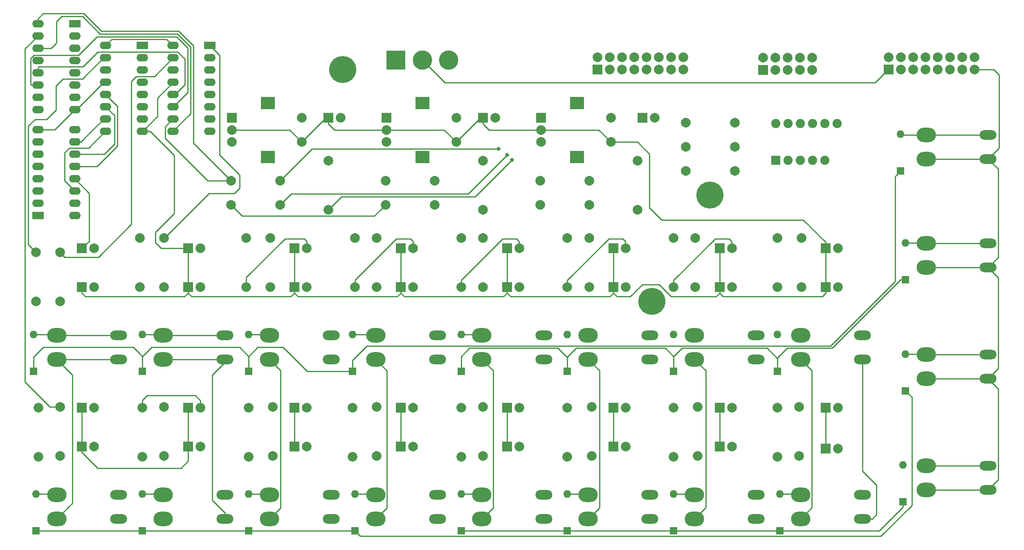
<source format=gbl>
G04 #@! TF.GenerationSoftware,KiCad,Pcbnew,5.1.5+dfsg1-2build2*
G04 #@! TF.CreationDate,2021-04-11T17:34:26+02:00*
G04 #@! TF.ProjectId,Main_board,4d61696e-5f62-46f6-9172-642e6b696361,rev?*
G04 #@! TF.SameCoordinates,Original*
G04 #@! TF.FileFunction,Copper,L2,Bot*
G04 #@! TF.FilePolarity,Positive*
%FSLAX46Y46*%
G04 Gerber Fmt 4.6, Leading zero omitted, Abs format (unit mm)*
G04 Created by KiCad (PCBNEW 5.1.5+dfsg1-2build2) date 2021-04-11 17:34:26*
%MOMM*%
%LPD*%
G04 APERTURE LIST*
%ADD10C,5.600000*%
%ADD11O,2.400000X1.600000*%
%ADD12R,2.400000X1.600000*%
%ADD13R,2.000000X2.000000*%
%ADD14C,2.000000*%
%ADD15C,4.000000*%
%ADD16R,4.000000X4.000000*%
%ADD17C,1.905000*%
%ADD18R,1.905000X1.905000*%
%ADD19R,3.000000X2.500000*%
%ADD20O,1.600000X1.600000*%
%ADD21R,1.600000X1.600000*%
%ADD22O,4.000000X3.000000*%
%ADD23O,3.500000X2.000000*%
%ADD24C,0.800000*%
%ADD25C,0.250000*%
G04 APERTURE END LIST*
D10*
X98000000Y-56000000D03*
X162000000Y-104000000D03*
X174000000Y-82000000D03*
D11*
X48880000Y-51000000D03*
X56500000Y-68780000D03*
X48880000Y-53540000D03*
X56500000Y-66240000D03*
X48880000Y-56080000D03*
X56500000Y-63700000D03*
X48880000Y-58620000D03*
X56500000Y-61160000D03*
X48880000Y-61160000D03*
X56500000Y-58620000D03*
X48880000Y-63700000D03*
X56500000Y-56080000D03*
X48880000Y-66240000D03*
X56500000Y-53540000D03*
X48880000Y-68780000D03*
D12*
X56500000Y-51000000D03*
X34900000Y-86180000D03*
D11*
X42520000Y-68400000D03*
X34900000Y-83640000D03*
X42520000Y-70940000D03*
X34900000Y-81100000D03*
X42520000Y-73480000D03*
X34900000Y-78560000D03*
X42520000Y-76020000D03*
X34900000Y-76020000D03*
X42520000Y-78560000D03*
X34900000Y-73480000D03*
X42520000Y-81100000D03*
X34900000Y-70940000D03*
X42520000Y-83640000D03*
X34900000Y-68400000D03*
X42520000Y-86180000D03*
X34880000Y-46500000D03*
X42500000Y-64280000D03*
X34880000Y-49040000D03*
X42500000Y-61740000D03*
X34880000Y-51580000D03*
X42500000Y-59200000D03*
X34880000Y-54120000D03*
X42500000Y-56660000D03*
X34880000Y-56660000D03*
X42500000Y-54120000D03*
X34880000Y-59200000D03*
X42500000Y-51580000D03*
X34880000Y-61740000D03*
X42500000Y-49040000D03*
X34880000Y-64280000D03*
D12*
X42500000Y-46500000D03*
D13*
X185000000Y-56040000D03*
D14*
X185000000Y-53500000D03*
X187540000Y-56040000D03*
X187540000Y-53500000D03*
X190080000Y-56040000D03*
X190080000Y-53500000D03*
X192620000Y-56040000D03*
X192620000Y-53500000D03*
X195160000Y-56040000D03*
X195160000Y-53500000D03*
D15*
X119890000Y-54000000D03*
X114445000Y-54000000D03*
D16*
X109000000Y-54000000D03*
D17*
X187650000Y-67190000D03*
X190190000Y-67190000D03*
X192730000Y-67190000D03*
X195270000Y-67190000D03*
X197810000Y-67190000D03*
X200350000Y-67190000D03*
X197810000Y-74810000D03*
X195270000Y-74810000D03*
X192730000Y-74810000D03*
X190190000Y-74810000D03*
D18*
X187650000Y-74810000D03*
D14*
X121500000Y-71000000D03*
X121500000Y-66000000D03*
D19*
X114500000Y-74100000D03*
X114500000Y-62900000D03*
D14*
X107000000Y-71000000D03*
X107000000Y-68500000D03*
D13*
X107000000Y-66000000D03*
X139000000Y-66000000D03*
D14*
X139000000Y-68500000D03*
X139000000Y-71000000D03*
D19*
X146500000Y-62900000D03*
X146500000Y-74100000D03*
D14*
X153500000Y-66000000D03*
X153500000Y-71000000D03*
X89500000Y-71000000D03*
X89500000Y-66000000D03*
D19*
X82500000Y-74100000D03*
X82500000Y-62900000D03*
D14*
X75000000Y-71000000D03*
X75000000Y-68500000D03*
D13*
X75000000Y-66000000D03*
D14*
X159000000Y-74840000D03*
X159000000Y-85000000D03*
X127000000Y-74840000D03*
X127000000Y-85000000D03*
X95000000Y-74840000D03*
X95000000Y-85000000D03*
X138840000Y-84000000D03*
X149000000Y-84000000D03*
X106840000Y-84000000D03*
X117000000Y-84000000D03*
X74840000Y-84000000D03*
X85000000Y-84000000D03*
X138840000Y-79000000D03*
X149000000Y-79000000D03*
X106840000Y-79000000D03*
X117000000Y-79000000D03*
X74840000Y-79000000D03*
X85000000Y-79000000D03*
X179160000Y-67000000D03*
X169000000Y-67000000D03*
X179160000Y-72000000D03*
X169000000Y-72000000D03*
X179160000Y-77000000D03*
X169000000Y-77000000D03*
X168540000Y-53460000D03*
X168540000Y-56000000D03*
X166000000Y-53460000D03*
X166000000Y-56000000D03*
X163460000Y-53460000D03*
X163460000Y-56000000D03*
X160920000Y-53460000D03*
X160920000Y-56000000D03*
X158380000Y-53460000D03*
X158380000Y-56000000D03*
X155840000Y-53460000D03*
X155840000Y-56000000D03*
X153300000Y-53460000D03*
X153300000Y-56000000D03*
X150760000Y-53460000D03*
D13*
X150760000Y-56000000D03*
X160000000Y-66000000D03*
D14*
X162540000Y-66000000D03*
D13*
X127000000Y-66000000D03*
D14*
X129540000Y-66000000D03*
D13*
X95000000Y-66000000D03*
D14*
X97540000Y-66000000D03*
D13*
X44000000Y-93000000D03*
D14*
X46540000Y-93000000D03*
D13*
X66000000Y-93000000D03*
D14*
X68540000Y-93000000D03*
D13*
X88000000Y-93000000D03*
D14*
X90540000Y-93000000D03*
D13*
X110000000Y-93000000D03*
D14*
X112540000Y-93000000D03*
D13*
X132000000Y-93000000D03*
D14*
X134540000Y-93000000D03*
D13*
X154000000Y-93000000D03*
D14*
X156540000Y-93000000D03*
D13*
X176000000Y-93000000D03*
D14*
X178540000Y-93000000D03*
D13*
X197960000Y-93000000D03*
D14*
X200500000Y-93000000D03*
D13*
X44000000Y-126000000D03*
D14*
X46540000Y-126000000D03*
D13*
X66000000Y-126000000D03*
D14*
X68540000Y-126000000D03*
D13*
X88000000Y-126000000D03*
D14*
X90540000Y-126000000D03*
D13*
X110000000Y-126000000D03*
D14*
X112540000Y-126000000D03*
D13*
X132000000Y-126000000D03*
D14*
X134540000Y-126000000D03*
D13*
X154000000Y-126000000D03*
D14*
X156540000Y-126000000D03*
D13*
X176000000Y-126000000D03*
D14*
X178540000Y-126000000D03*
D13*
X197960000Y-126000000D03*
D14*
X200500000Y-126000000D03*
D13*
X44000000Y-101000000D03*
D14*
X46540000Y-101000000D03*
D13*
X66000000Y-101000000D03*
D14*
X68540000Y-101000000D03*
D13*
X88000000Y-101000000D03*
D14*
X90540000Y-101000000D03*
D13*
X110000000Y-101000000D03*
D14*
X112540000Y-101000000D03*
D13*
X132000000Y-101000000D03*
D14*
X134540000Y-101000000D03*
D13*
X154000000Y-101000000D03*
D14*
X156540000Y-101000000D03*
D13*
X176000000Y-101000000D03*
D14*
X178540000Y-101000000D03*
D13*
X198000000Y-101000000D03*
D14*
X200540000Y-101000000D03*
D13*
X44000000Y-134000000D03*
D14*
X46540000Y-134000000D03*
D13*
X66000000Y-134000000D03*
D14*
X68540000Y-134000000D03*
D13*
X88000000Y-134000000D03*
D14*
X90540000Y-134000000D03*
D13*
X110000000Y-134000000D03*
D14*
X112540000Y-134000000D03*
D13*
X132000000Y-134000000D03*
D14*
X134540000Y-134000000D03*
D13*
X154000000Y-134000000D03*
D14*
X156540000Y-134000000D03*
D13*
X176000000Y-134000000D03*
D14*
X178540000Y-134000000D03*
D13*
X198000000Y-134500000D03*
D14*
X200540000Y-134500000D03*
D20*
X34000000Y-110880000D03*
D21*
X34000000Y-118500000D03*
D20*
X56500000Y-110880000D03*
D21*
X56500000Y-118500000D03*
D20*
X78500000Y-110880000D03*
D21*
X78500000Y-118500000D03*
D20*
X100000000Y-110880000D03*
D21*
X100000000Y-118500000D03*
D20*
X213500000Y-69380000D03*
D21*
X213500000Y-77000000D03*
D20*
X122500000Y-110880000D03*
D21*
X122500000Y-118500000D03*
D20*
X144500000Y-110880000D03*
D21*
X144500000Y-118500000D03*
D20*
X166500000Y-110880000D03*
D21*
X166500000Y-118500000D03*
D20*
X188000000Y-110880000D03*
D21*
X188000000Y-118500000D03*
X214500000Y-99500000D03*
D20*
X214500000Y-91880000D03*
X34500000Y-143880000D03*
D21*
X34500000Y-151500000D03*
D20*
X56500000Y-143880000D03*
D21*
X56500000Y-151500000D03*
D20*
X78500000Y-143880000D03*
D21*
X78500000Y-151500000D03*
D20*
X100500000Y-143880000D03*
D21*
X100500000Y-151500000D03*
D20*
X214500000Y-114880000D03*
D21*
X214500000Y-122500000D03*
D20*
X122500000Y-143880000D03*
D21*
X122500000Y-151500000D03*
D20*
X144500000Y-143880000D03*
D21*
X144500000Y-151500000D03*
D20*
X166500000Y-143880000D03*
D21*
X166500000Y-151500000D03*
D20*
X188500000Y-143880000D03*
D21*
X188500000Y-151500000D03*
D20*
X214000000Y-137880000D03*
D21*
X214000000Y-145500000D03*
D14*
X228780000Y-53460000D03*
X228780000Y-56000000D03*
X226240000Y-53460000D03*
X226240000Y-56000000D03*
X223700000Y-53460000D03*
X223700000Y-56000000D03*
X221160000Y-53460000D03*
X221160000Y-56000000D03*
X218620000Y-53460000D03*
X218620000Y-56000000D03*
X216080000Y-53460000D03*
X216080000Y-56000000D03*
X213540000Y-53460000D03*
X213540000Y-56000000D03*
X211000000Y-53460000D03*
D13*
X211000000Y-56000000D03*
D14*
X34500000Y-93840000D03*
X34500000Y-104000000D03*
X56000000Y-90840000D03*
X56000000Y-101000000D03*
X78000000Y-90840000D03*
X78000000Y-101000000D03*
X100500000Y-90840000D03*
X100500000Y-101000000D03*
X122500000Y-90840000D03*
X122500000Y-101000000D03*
X144500000Y-90840000D03*
X144500000Y-101000000D03*
X166500000Y-90840000D03*
X166500000Y-101000000D03*
X188000000Y-90840000D03*
X188000000Y-101000000D03*
X35000000Y-136160000D03*
X35000000Y-126000000D03*
X56500000Y-136160000D03*
X56500000Y-126000000D03*
X78500000Y-136160000D03*
X78500000Y-126000000D03*
X100000000Y-136160000D03*
X100000000Y-126000000D03*
X122500000Y-136160000D03*
X122500000Y-126000000D03*
X144500000Y-136160000D03*
X144500000Y-126000000D03*
X166500000Y-136160000D03*
X166500000Y-126000000D03*
X188000000Y-136160000D03*
X188000000Y-126000000D03*
X39500000Y-93840000D03*
X39500000Y-104000000D03*
X61000000Y-90840000D03*
X61000000Y-101000000D03*
X83000000Y-90840000D03*
X83000000Y-101000000D03*
X105000000Y-90840000D03*
X105000000Y-101000000D03*
X127000000Y-90840000D03*
X127000000Y-101000000D03*
X149000000Y-90840000D03*
X149000000Y-101000000D03*
X171000000Y-90840000D03*
X171000000Y-101000000D03*
X193000000Y-90840000D03*
X193000000Y-101000000D03*
X39500000Y-125840000D03*
X39500000Y-136000000D03*
X61000000Y-125840000D03*
X61000000Y-136000000D03*
X83500000Y-125840000D03*
X83500000Y-136000000D03*
X105000000Y-125840000D03*
X105000000Y-136000000D03*
X127000000Y-125840000D03*
X127000000Y-136000000D03*
X149500000Y-125840000D03*
X149500000Y-136000000D03*
X171500000Y-125840000D03*
X171500000Y-136000000D03*
X192500000Y-125840000D03*
X192500000Y-136000000D03*
D22*
X38800000Y-116000000D03*
X38800000Y-111000000D03*
D23*
X51600000Y-116000000D03*
X51600000Y-111000000D03*
D22*
X60800000Y-116000000D03*
X60800000Y-111000000D03*
D23*
X73600000Y-116000000D03*
X73600000Y-111000000D03*
D22*
X82800000Y-116000000D03*
X82800000Y-111000000D03*
D23*
X95600000Y-116000000D03*
X95600000Y-111000000D03*
D22*
X104800000Y-116000000D03*
X104800000Y-111000000D03*
D23*
X117600000Y-116000000D03*
X117600000Y-111000000D03*
D22*
X218800000Y-74500000D03*
X218800000Y-69500000D03*
D23*
X231600000Y-74500000D03*
X231600000Y-69500000D03*
D22*
X126800000Y-116000000D03*
X126800000Y-111000000D03*
D23*
X139600000Y-116000000D03*
X139600000Y-111000000D03*
D22*
X148800000Y-116000000D03*
X148800000Y-111000000D03*
D23*
X161600000Y-116000000D03*
X161600000Y-111000000D03*
D22*
X170800000Y-116000000D03*
X170800000Y-111000000D03*
D23*
X183600000Y-116000000D03*
X183600000Y-111000000D03*
D22*
X192800000Y-116000000D03*
X192800000Y-111000000D03*
D23*
X205600000Y-116000000D03*
X205600000Y-111000000D03*
D22*
X218800000Y-97000000D03*
X218800000Y-92000000D03*
D23*
X231600000Y-97000000D03*
X231600000Y-92000000D03*
D22*
X38800000Y-149000000D03*
X38800000Y-144000000D03*
D23*
X51600000Y-149000000D03*
X51600000Y-144000000D03*
D22*
X60800000Y-149000000D03*
X60800000Y-144000000D03*
D23*
X73600000Y-149000000D03*
X73600000Y-144000000D03*
D22*
X82800000Y-149000000D03*
X82800000Y-144000000D03*
D23*
X95600000Y-149000000D03*
X95600000Y-144000000D03*
D22*
X104800000Y-149000000D03*
X104800000Y-144000000D03*
D23*
X117600000Y-149000000D03*
X117600000Y-144000000D03*
D22*
X218800000Y-120000000D03*
X218800000Y-115000000D03*
D23*
X231600000Y-120000000D03*
X231600000Y-115000000D03*
D22*
X126800000Y-149000000D03*
X126800000Y-144000000D03*
D23*
X139600000Y-149000000D03*
X139600000Y-144000000D03*
D22*
X148800000Y-149000000D03*
X148800000Y-144000000D03*
D23*
X161600000Y-149000000D03*
X161600000Y-144000000D03*
D22*
X170800000Y-149000000D03*
X170800000Y-144000000D03*
D23*
X183600000Y-149000000D03*
X183600000Y-144000000D03*
D22*
X192800000Y-149000000D03*
X192800000Y-144000000D03*
D23*
X205600000Y-149000000D03*
X205600000Y-144000000D03*
D22*
X218800000Y-143000000D03*
X218800000Y-138000000D03*
D23*
X231600000Y-143000000D03*
X231600000Y-138000000D03*
D11*
X62880000Y-51000000D03*
X70500000Y-68780000D03*
X62880000Y-53540000D03*
X70500000Y-66240000D03*
X62880000Y-56080000D03*
X70500000Y-63700000D03*
X62880000Y-58620000D03*
X70500000Y-61160000D03*
X62880000Y-61160000D03*
X70500000Y-58620000D03*
X62880000Y-63700000D03*
X70500000Y-56080000D03*
X62880000Y-66240000D03*
X70500000Y-53540000D03*
X62880000Y-68780000D03*
D12*
X70500000Y-51000000D03*
D24*
X133000000Y-74700000D03*
X132000000Y-73700000D03*
X130200000Y-72400000D03*
D25*
X44000000Y-134000000D02*
X44000000Y-126000000D01*
X66000000Y-134000000D02*
X66000000Y-126000000D01*
X88000000Y-132750000D02*
X88000000Y-126000000D01*
X88000000Y-134000000D02*
X88000000Y-132750000D01*
X110000000Y-132750000D02*
X110000000Y-126000000D01*
X110000000Y-134000000D02*
X110000000Y-132750000D01*
X132000000Y-134000000D02*
X132000000Y-126000000D01*
X154000000Y-134000000D02*
X154000000Y-126000000D01*
X176000000Y-134000000D02*
X176000000Y-126000000D01*
X198000000Y-126040000D02*
X197960000Y-126000000D01*
X198000000Y-134500000D02*
X198000000Y-126040000D01*
X198000000Y-93040000D02*
X197960000Y-93000000D01*
X198000000Y-101000000D02*
X198000000Y-93040000D01*
X176000000Y-101000000D02*
X176000000Y-93000000D01*
X154000000Y-101000000D02*
X154000000Y-93000000D01*
X132000000Y-99750000D02*
X132000000Y-93000000D01*
X132000000Y-101000000D02*
X132000000Y-99750000D01*
X110000000Y-101000000D02*
X110000000Y-93000000D01*
X88000000Y-101000000D02*
X88000000Y-93000000D01*
X66000000Y-101000000D02*
X66000000Y-93000000D01*
X176000000Y-101000000D02*
X176000000Y-102250000D01*
X198000000Y-102250000D02*
X198000000Y-101000000D01*
X197250000Y-103000000D02*
X198000000Y-102250000D01*
X176750000Y-103000000D02*
X197250000Y-103000000D01*
X176000000Y-102250000D02*
X176750000Y-103000000D01*
X154000000Y-102250000D02*
X154000000Y-101000000D01*
X132750000Y-103000000D02*
X153250000Y-103000000D01*
X153250000Y-103000000D02*
X154000000Y-102250000D01*
X132000000Y-102250000D02*
X132750000Y-103000000D01*
X132000000Y-102250000D02*
X132000000Y-101000000D01*
X110750000Y-103000000D02*
X131250000Y-103000000D01*
X131250000Y-103000000D02*
X132000000Y-102250000D01*
X110000000Y-102250000D02*
X110750000Y-103000000D01*
X110000000Y-102250000D02*
X110000000Y-101000000D01*
X109250000Y-103000000D02*
X110000000Y-102250000D01*
X88750000Y-103000000D02*
X109250000Y-103000000D01*
X88000000Y-102250000D02*
X88750000Y-103000000D01*
X88000000Y-102250000D02*
X88000000Y-101000000D01*
X87250000Y-103000000D02*
X88000000Y-102250000D01*
X66750000Y-103000000D02*
X87250000Y-103000000D01*
X66000000Y-102250000D02*
X66750000Y-103000000D01*
X66000000Y-102250000D02*
X66000000Y-101000000D01*
X65250000Y-103000000D02*
X66000000Y-102250000D01*
X44750000Y-103000000D02*
X65250000Y-103000000D01*
X44000000Y-102250000D02*
X44750000Y-103000000D01*
X44000000Y-101000000D02*
X44000000Y-102250000D01*
X64500000Y-138500000D02*
X47250000Y-138500000D01*
X47250000Y-138500000D02*
X44000000Y-135250000D01*
X66000000Y-137000000D02*
X64500000Y-138500000D01*
X44000000Y-135250000D02*
X44000000Y-134000000D01*
X66000000Y-134000000D02*
X66000000Y-137000000D01*
X87000000Y-68500000D02*
X75000000Y-68500000D01*
X89500000Y-71000000D02*
X87000000Y-68500000D01*
X94500000Y-66000000D02*
X95000000Y-66000000D01*
X89500000Y-71000000D02*
X94500000Y-66000000D01*
X105585787Y-68500000D02*
X107000000Y-68500000D01*
X96250000Y-68500000D02*
X105585787Y-68500000D01*
X95000000Y-67250000D02*
X96250000Y-68500000D01*
X95000000Y-66000000D02*
X95000000Y-67250000D01*
X119000000Y-68500000D02*
X121500000Y-71000000D01*
X107000000Y-68500000D02*
X119000000Y-68500000D01*
X126500000Y-66000000D02*
X127000000Y-66000000D01*
X121500000Y-71000000D02*
X126500000Y-66000000D01*
X137585787Y-68500000D02*
X139000000Y-68500000D01*
X128250000Y-68500000D02*
X137585787Y-68500000D01*
X127000000Y-67250000D02*
X128250000Y-68500000D01*
X127000000Y-66000000D02*
X127000000Y-67250000D01*
X151000000Y-68500000D02*
X153500000Y-71000000D01*
X139000000Y-68500000D02*
X151000000Y-68500000D01*
X159000000Y-71000000D02*
X154914213Y-71000000D01*
X161500000Y-73500000D02*
X159000000Y-71000000D01*
X154914213Y-71000000D02*
X153500000Y-71000000D01*
X161500000Y-84600000D02*
X161500000Y-73500000D01*
X164000000Y-87100000D02*
X161500000Y-84600000D01*
X197960000Y-91750000D02*
X193310000Y-87100000D01*
X193310000Y-87100000D02*
X164000000Y-87100000D01*
X197960000Y-93000000D02*
X197960000Y-91750000D01*
X48560000Y-58620000D02*
X48880000Y-58620000D01*
X42900000Y-64280000D02*
X48560000Y-58620000D01*
X42500000Y-64280000D02*
X42900000Y-64280000D01*
X59600000Y-61900000D02*
X62880000Y-58620000D01*
X59600000Y-65700000D02*
X59600000Y-61900000D01*
X56520000Y-68780000D02*
X59600000Y-65700000D01*
X56500000Y-68780000D02*
X56520000Y-68780000D01*
X45500000Y-91500000D02*
X44000000Y-93000000D01*
X45500000Y-81600000D02*
X45500000Y-91500000D01*
X42520000Y-78620000D02*
X45500000Y-81600000D01*
X42520000Y-78560000D02*
X42520000Y-78620000D01*
X58080000Y-68780000D02*
X56500000Y-68780000D01*
X59200000Y-89700000D02*
X63100000Y-85800000D01*
X63100000Y-85800000D02*
X63100000Y-73800000D01*
X59200000Y-91800000D02*
X59200000Y-89700000D01*
X63100000Y-73800000D02*
X58080000Y-68780000D01*
X60400000Y-93000000D02*
X59200000Y-91800000D01*
X66000000Y-93000000D02*
X60400000Y-93000000D01*
X42500000Y-64300000D02*
X42500000Y-64280000D01*
X38400000Y-68400000D02*
X42500000Y-64300000D01*
X34900000Y-68400000D02*
X38400000Y-68400000D01*
X154750000Y-103000000D02*
X154000000Y-102250000D01*
X157500000Y-103000000D02*
X154750000Y-103000000D01*
X160000000Y-100500000D02*
X157500000Y-103000000D01*
X163500000Y-100500000D02*
X160000000Y-100500000D01*
X175250000Y-103000000D02*
X166000000Y-103000000D01*
X166000000Y-103000000D02*
X163500000Y-100500000D01*
X176000000Y-102250000D02*
X175250000Y-103000000D01*
X90500000Y-92960000D02*
X90540000Y-93000000D01*
X90500000Y-91500000D02*
X90500000Y-92960000D01*
X90000000Y-91000000D02*
X90500000Y-91500000D01*
X86000000Y-91000000D02*
X90000000Y-91000000D01*
X78000000Y-99000000D02*
X86000000Y-91000000D01*
X78000000Y-101000000D02*
X78000000Y-99000000D01*
X112540000Y-91540000D02*
X112540000Y-93000000D01*
X112000000Y-91000000D02*
X112540000Y-91540000D01*
X109085787Y-91000000D02*
X112000000Y-91000000D01*
X100500000Y-99585787D02*
X109085787Y-91000000D01*
X100500000Y-101000000D02*
X100500000Y-99585787D01*
X134500000Y-91500000D02*
X134500000Y-92960000D01*
X134000000Y-91000000D02*
X134500000Y-91500000D01*
X134500000Y-92960000D02*
X134540000Y-93000000D01*
X131085787Y-91000000D02*
X134000000Y-91000000D01*
X122500000Y-99585787D02*
X131085787Y-91000000D01*
X122500000Y-101000000D02*
X122500000Y-99585787D01*
X156500000Y-92960000D02*
X156540000Y-93000000D01*
X156000000Y-91000000D02*
X156500000Y-91500000D01*
X153085787Y-91000000D02*
X156000000Y-91000000D01*
X156500000Y-91500000D02*
X156500000Y-92960000D01*
X144500000Y-99585787D02*
X153085787Y-91000000D01*
X144500000Y-101000000D02*
X144500000Y-99585787D01*
X178500000Y-92960000D02*
X178540000Y-93000000D01*
X178500000Y-91500000D02*
X178500000Y-92960000D01*
X178000000Y-91000000D02*
X178500000Y-91500000D01*
X175085787Y-91000000D02*
X178000000Y-91000000D01*
X166500000Y-99585787D02*
X175085787Y-91000000D01*
X166500000Y-101000000D02*
X166500000Y-99585787D01*
X56500000Y-124500000D02*
X56500000Y-126000000D01*
X57500000Y-123500000D02*
X56500000Y-124500000D01*
X67500000Y-123500000D02*
X57500000Y-123500000D01*
X68540000Y-124540000D02*
X67500000Y-123500000D01*
X68540000Y-126000000D02*
X68540000Y-124540000D01*
X38680000Y-110880000D02*
X38800000Y-111000000D01*
X34000000Y-110880000D02*
X38680000Y-110880000D01*
X51600000Y-111000000D02*
X38800000Y-111000000D01*
X98950000Y-118500000D02*
X100000000Y-118500000D01*
X90600000Y-118500000D02*
X98950000Y-118500000D01*
X85600000Y-113500000D02*
X90600000Y-118500000D01*
X80400000Y-113500000D02*
X85600000Y-113500000D01*
X78500000Y-115400000D02*
X80400000Y-113500000D01*
X78500000Y-118500000D02*
X78500000Y-115400000D01*
X76600000Y-113500000D02*
X78500000Y-115400000D01*
X58400000Y-113500000D02*
X76600000Y-113500000D01*
X56500000Y-115400000D02*
X58400000Y-113500000D01*
X56500000Y-118500000D02*
X56500000Y-115400000D01*
X55700000Y-114600000D02*
X56500000Y-115400000D01*
X54600000Y-113500000D02*
X55700000Y-114600000D01*
X36000000Y-113500000D02*
X54600000Y-113500000D01*
X34000000Y-115500000D02*
X36000000Y-113500000D01*
X34000000Y-118500000D02*
X34000000Y-115500000D01*
X212400000Y-78100000D02*
X212700000Y-77800000D01*
X212700000Y-77800000D02*
X213500000Y-77000000D01*
X199000000Y-113200000D02*
X212400000Y-99800000D01*
X103000000Y-113200000D02*
X199000000Y-113200000D01*
X100000000Y-116200000D02*
X103000000Y-113200000D01*
X212400000Y-99800000D02*
X212400000Y-78100000D01*
X100000000Y-118500000D02*
X100000000Y-116200000D01*
X60680000Y-110880000D02*
X60800000Y-111000000D01*
X56500000Y-110880000D02*
X60680000Y-110880000D01*
X73600000Y-111000000D02*
X60800000Y-111000000D01*
X82680000Y-110880000D02*
X82800000Y-111000000D01*
X78500000Y-110880000D02*
X82680000Y-110880000D01*
X104680000Y-110880000D02*
X104800000Y-111000000D01*
X100000000Y-110880000D02*
X104680000Y-110880000D01*
X231600000Y-69500000D02*
X218800000Y-69500000D01*
X213620000Y-69500000D02*
X213500000Y-69380000D01*
X218800000Y-69500000D02*
X213620000Y-69500000D01*
X126680000Y-110880000D02*
X126800000Y-111000000D01*
X122500000Y-110880000D02*
X126680000Y-110880000D01*
X190049989Y-113650011D02*
X199299989Y-113650011D01*
X199299989Y-113650011D02*
X213450000Y-99500000D01*
X188000000Y-115700000D02*
X190049989Y-113650011D01*
X188000000Y-118500000D02*
X188000000Y-115700000D01*
X213450000Y-99500000D02*
X214500000Y-99500000D01*
X188000000Y-115800000D02*
X188000000Y-118500000D01*
X185850011Y-113650011D02*
X188000000Y-115800000D01*
X168249989Y-113650011D02*
X185850011Y-113650011D01*
X166500000Y-115400000D02*
X168249989Y-113650011D01*
X166500000Y-118500000D02*
X166500000Y-115400000D01*
X164750011Y-113650011D02*
X166500000Y-115400000D01*
X144500000Y-115500000D02*
X146349989Y-113650011D01*
X146349989Y-113650011D02*
X164750011Y-113650011D01*
X144500000Y-118500000D02*
X144500000Y-115500000D01*
X144500000Y-115600000D02*
X144500000Y-118500000D01*
X142550011Y-113650011D02*
X144500000Y-115600000D01*
X124249989Y-113650011D02*
X142550011Y-113650011D01*
X122500000Y-115400000D02*
X124249989Y-113650011D01*
X122500000Y-118500000D02*
X122500000Y-115400000D01*
X218800000Y-92000000D02*
X231600000Y-92000000D01*
X218680000Y-91880000D02*
X218800000Y-92000000D01*
X214500000Y-91880000D02*
X218680000Y-91880000D01*
X34500000Y-151500000D02*
X56500000Y-151500000D01*
X56500000Y-151500000D02*
X78500000Y-151500000D01*
X79550000Y-151500000D02*
X100500000Y-151500000D01*
X78500000Y-151500000D02*
X79550000Y-151500000D01*
X101625001Y-152625001D02*
X100500000Y-151500000D01*
X209374999Y-152625001D02*
X101625001Y-152625001D01*
X215800000Y-146200000D02*
X209374999Y-152625001D01*
X215800000Y-123800000D02*
X215800000Y-146200000D01*
X214500000Y-122500000D02*
X215800000Y-123800000D01*
X38680000Y-143880000D02*
X38800000Y-144000000D01*
X34500000Y-143880000D02*
X38680000Y-143880000D01*
X60680000Y-143880000D02*
X60800000Y-144000000D01*
X56500000Y-143880000D02*
X60680000Y-143880000D01*
X82680000Y-143880000D02*
X82800000Y-144000000D01*
X78500000Y-143880000D02*
X82680000Y-143880000D01*
X104680000Y-143880000D02*
X104800000Y-144000000D01*
X100500000Y-143880000D02*
X104680000Y-143880000D01*
X218680000Y-114880000D02*
X218800000Y-115000000D01*
X214500000Y-114880000D02*
X218680000Y-114880000D01*
X221050000Y-115000000D02*
X231600000Y-115000000D01*
X218800000Y-115000000D02*
X221050000Y-115000000D01*
X122500000Y-151500000D02*
X144500000Y-151500000D01*
X144500000Y-151500000D02*
X166500000Y-151500000D01*
X167550000Y-151500000D02*
X188500000Y-151500000D01*
X166500000Y-151500000D02*
X167550000Y-151500000D01*
X214000000Y-146550000D02*
X214000000Y-145500000D01*
X209050000Y-151500000D02*
X214000000Y-146550000D01*
X188500000Y-151500000D02*
X209050000Y-151500000D01*
X126680000Y-143880000D02*
X126800000Y-144000000D01*
X122500000Y-143880000D02*
X126680000Y-143880000D01*
X148680000Y-143880000D02*
X148800000Y-144000000D01*
X144500000Y-143880000D02*
X148680000Y-143880000D01*
X170680000Y-143880000D02*
X170800000Y-144000000D01*
X166500000Y-143880000D02*
X170680000Y-143880000D01*
X192680000Y-143880000D02*
X192800000Y-144000000D01*
X188500000Y-143880000D02*
X192680000Y-143880000D01*
X218800000Y-138000000D02*
X231600000Y-138000000D01*
X126825010Y-149000000D02*
X126800000Y-149000000D01*
X129125010Y-146700000D02*
X126825010Y-149000000D01*
X129125010Y-118325010D02*
X129125010Y-146700000D01*
X126800000Y-116000000D02*
X129125010Y-118325010D01*
X51600000Y-116000000D02*
X38800000Y-116000000D01*
X41200000Y-146600000D02*
X38800000Y-149000000D01*
X42000000Y-145800000D02*
X41200000Y-146600000D01*
X42000000Y-119200000D02*
X42000000Y-145800000D01*
X38800000Y-116000000D02*
X42000000Y-119200000D01*
X148825010Y-149000000D02*
X148800000Y-149000000D01*
X151125010Y-146700000D02*
X148825010Y-149000000D01*
X151125010Y-118325010D02*
X151125010Y-146700000D01*
X148800000Y-116000000D02*
X151125010Y-118325010D01*
X69400000Y-116000000D02*
X60800000Y-116000000D01*
X73600000Y-116000000D02*
X69400000Y-116000000D01*
X73600000Y-116600000D02*
X73600000Y-116000000D01*
X71000000Y-145150000D02*
X71000000Y-119200000D01*
X71000000Y-119200000D02*
X73600000Y-116600000D01*
X73600000Y-147750000D02*
X71000000Y-145150000D01*
X73600000Y-149000000D02*
X73600000Y-147750000D01*
X85100000Y-146400000D02*
X85100000Y-146700000D01*
X85125010Y-146374990D02*
X85100000Y-146400000D01*
X85125010Y-118325010D02*
X85125010Y-146374990D01*
X85100000Y-146700000D02*
X82800000Y-149000000D01*
X82800000Y-116000000D02*
X85125010Y-118325010D01*
X173125010Y-146674990D02*
X173100000Y-146700000D01*
X173100000Y-146700000D02*
X170800000Y-149000000D01*
X173125010Y-118325010D02*
X173125010Y-146674990D01*
X170800000Y-116000000D02*
X173125010Y-118325010D01*
X48900000Y-63700000D02*
X48880000Y-63700000D01*
X50700000Y-65500000D02*
X48900000Y-63700000D01*
X50700000Y-71400000D02*
X50700000Y-65500000D01*
X48620000Y-73480000D02*
X50700000Y-71400000D01*
X42520000Y-73480000D02*
X48620000Y-73480000D01*
X51300000Y-63600000D02*
X48880000Y-61180000D01*
X51300000Y-71800000D02*
X51300000Y-63600000D01*
X47080000Y-76020000D02*
X51300000Y-71800000D01*
X48880000Y-61180000D02*
X48880000Y-61160000D01*
X42520000Y-76020000D02*
X47080000Y-76020000D01*
X62915000Y-63700000D02*
X62880000Y-63700000D01*
X65900000Y-60715000D02*
X62915000Y-63700000D01*
X65900000Y-51500000D02*
X65900000Y-60715000D01*
X47100000Y-49200000D02*
X63600000Y-49200000D01*
X43305010Y-52994990D02*
X47100000Y-49200000D01*
X33354990Y-53654006D02*
X34014006Y-52994990D01*
X33354990Y-59124990D02*
X33354990Y-53654006D01*
X34014006Y-52994990D02*
X43305010Y-52994990D01*
X33430000Y-59200000D02*
X33354990Y-59124990D01*
X63600000Y-49200000D02*
X65900000Y-51500000D01*
X34880000Y-59200000D02*
X33430000Y-59200000D01*
X63800000Y-52300000D02*
X65300000Y-53800000D01*
X47300000Y-52300000D02*
X63800000Y-52300000D01*
X44200000Y-55400000D02*
X47300000Y-52300000D01*
X63280000Y-61160000D02*
X62880000Y-61160000D01*
X65300000Y-59140000D02*
X63280000Y-61160000D01*
X65300000Y-53800000D02*
X65300000Y-59140000D01*
X35090000Y-55400000D02*
X44200000Y-55400000D01*
X34880000Y-55610000D02*
X35090000Y-55400000D01*
X34880000Y-56660000D02*
X34880000Y-55610000D01*
X233675010Y-122075010D02*
X231600000Y-120000000D01*
X233675010Y-140924990D02*
X233675010Y-122075010D01*
X231600000Y-143000000D02*
X233675010Y-140924990D01*
X233600000Y-99000000D02*
X231600000Y-97000000D01*
X233675010Y-99075010D02*
X233600000Y-99000000D01*
X233675010Y-117875010D02*
X233675010Y-99075010D01*
X233700000Y-117900000D02*
X233675010Y-117875010D01*
X231600000Y-120000000D02*
X233700000Y-117900000D01*
X233600000Y-76500000D02*
X231600000Y-74500000D01*
X233675010Y-76575010D02*
X233600000Y-76500000D01*
X233675010Y-94924990D02*
X233675010Y-76575010D01*
X231600000Y-97000000D02*
X233675010Y-94924990D01*
X218800000Y-143000000D02*
X231600000Y-143000000D01*
X221050000Y-120000000D02*
X231600000Y-120000000D01*
X218800000Y-120000000D02*
X221050000Y-120000000D01*
X218800000Y-74500000D02*
X231600000Y-74500000D01*
X221050000Y-97000000D02*
X231600000Y-97000000D01*
X218800000Y-97000000D02*
X221050000Y-97000000D01*
X233900000Y-72200000D02*
X231600000Y-74500000D01*
X232800000Y-56000000D02*
X233900000Y-57100000D01*
X233900000Y-57100000D02*
X233900000Y-72200000D01*
X228780000Y-56000000D02*
X232800000Y-56000000D01*
X104825010Y-149000000D02*
X104800000Y-149000000D01*
X107125010Y-146700000D02*
X104825010Y-149000000D01*
X107125010Y-118375010D02*
X107125010Y-146700000D01*
X104800000Y-116050000D02*
X107125010Y-118375010D01*
X104800000Y-116000000D02*
X104800000Y-116050000D01*
X195125010Y-146674990D02*
X192800000Y-149000000D01*
X195125010Y-118325010D02*
X195125010Y-146674990D01*
X192800000Y-116000000D02*
X195125010Y-118325010D01*
X205600000Y-116000000D02*
X205600000Y-139100000D01*
X205600000Y-139100000D02*
X208500000Y-142000000D01*
X207600000Y-149000000D02*
X205600000Y-149000000D01*
X208500000Y-148100000D02*
X207600000Y-149000000D01*
X208500000Y-142000000D02*
X208500000Y-148100000D01*
X48480000Y-66240000D02*
X48880000Y-66240000D01*
X43780000Y-70940000D02*
X48480000Y-66240000D01*
X42520000Y-70940000D02*
X43780000Y-70940000D01*
X61200000Y-70200000D02*
X70000000Y-79000000D01*
X73425787Y-79000000D02*
X74840000Y-79000000D01*
X61200000Y-67800000D02*
X61200000Y-70200000D01*
X70000000Y-79000000D02*
X73425787Y-79000000D01*
X62760000Y-66240000D02*
X61200000Y-67800000D01*
X62880000Y-66240000D02*
X62760000Y-66240000D01*
X62800000Y-51000000D02*
X62880000Y-51000000D01*
X61500000Y-49700000D02*
X62800000Y-51000000D01*
X50200000Y-49700000D02*
X61500000Y-49700000D01*
X48900000Y-51000000D02*
X50200000Y-49700000D01*
X48880000Y-51000000D02*
X48900000Y-51000000D01*
X34880000Y-45450000D02*
X34880000Y-46500000D01*
X35930000Y-44400000D02*
X34880000Y-45450000D01*
X44400000Y-44400000D02*
X35930000Y-44400000D01*
X48000000Y-48000000D02*
X44400000Y-44400000D01*
X64000000Y-48000000D02*
X48000000Y-48000000D01*
X67100000Y-51100000D02*
X64000000Y-48000000D01*
X67100000Y-71260000D02*
X67100000Y-51100000D01*
X74840000Y-79000000D02*
X67100000Y-71260000D01*
X74840000Y-84000000D02*
X77165001Y-86325001D01*
X77165001Y-86325001D02*
X104514999Y-86325001D01*
X104514999Y-86325001D02*
X105840001Y-84999999D01*
X105840001Y-84999999D02*
X106840000Y-84000000D01*
X34500000Y-93840000D02*
X34560000Y-93840000D01*
X48480000Y-53540000D02*
X48880000Y-53540000D01*
X44120000Y-57900000D02*
X48480000Y-53540000D01*
X38600000Y-64400000D02*
X38600000Y-59400000D01*
X34300000Y-66300000D02*
X36700000Y-66300000D01*
X38600000Y-59400000D02*
X40100000Y-57900000D01*
X36700000Y-66300000D02*
X38600000Y-64400000D01*
X32900000Y-92240000D02*
X32900000Y-67700000D01*
X40100000Y-57900000D02*
X44120000Y-57900000D01*
X32900000Y-67700000D02*
X34300000Y-66300000D01*
X34500000Y-93840000D02*
X32900000Y-92240000D01*
X39500000Y-93900000D02*
X39500000Y-93840000D01*
X40400000Y-94800000D02*
X39500000Y-93900000D01*
X47400000Y-94800000D02*
X40400000Y-94800000D01*
X54200000Y-88000000D02*
X47400000Y-94800000D01*
X54200000Y-58400000D02*
X54200000Y-88000000D01*
X55200000Y-57400000D02*
X54200000Y-58400000D01*
X59000000Y-57400000D02*
X55200000Y-57400000D01*
X62860000Y-53540000D02*
X59000000Y-57400000D01*
X62880000Y-53540000D02*
X62860000Y-53540000D01*
X72500000Y-53000000D02*
X70500000Y-51000000D01*
X72500000Y-73700000D02*
X72500000Y-53000000D01*
X76600000Y-77800000D02*
X72500000Y-73700000D01*
X75500000Y-81600000D02*
X76600000Y-80500000D01*
X76600000Y-80500000D02*
X76600000Y-77800000D01*
X70300000Y-81600000D02*
X75500000Y-81600000D01*
X61060000Y-90840000D02*
X70300000Y-81600000D01*
X61000000Y-90840000D02*
X61060000Y-90840000D01*
X32200000Y-51700000D02*
X34860000Y-49040000D01*
X32200000Y-120700000D02*
X32200000Y-51700000D01*
X37340000Y-125840000D02*
X32200000Y-120700000D01*
X34860000Y-49040000D02*
X34880000Y-49040000D01*
X39500000Y-125840000D02*
X37340000Y-125840000D01*
X48820000Y-68780000D02*
X48880000Y-68780000D01*
X45400000Y-72200000D02*
X48820000Y-68780000D01*
X41400000Y-72200000D02*
X45400000Y-72200000D01*
X40400000Y-73200000D02*
X41400000Y-72200000D01*
X40400000Y-79000000D02*
X40400000Y-73200000D01*
X42500000Y-81100000D02*
X40400000Y-79000000D01*
X42520000Y-81100000D02*
X42500000Y-81100000D01*
X63800000Y-48600000D02*
X66500000Y-51300000D01*
X47700000Y-48600000D02*
X63800000Y-48600000D01*
X44100000Y-45000000D02*
X47700000Y-48600000D01*
X39800000Y-45000000D02*
X44100000Y-45000000D01*
X38700000Y-46100000D02*
X39800000Y-45000000D01*
X37620000Y-51580000D02*
X38700000Y-50500000D01*
X62880000Y-68720000D02*
X62880000Y-68780000D01*
X66500000Y-65100000D02*
X62880000Y-68720000D01*
X66500000Y-51300000D02*
X66500000Y-65100000D01*
X38700000Y-50500000D02*
X38700000Y-46100000D01*
X34880000Y-51580000D02*
X37620000Y-51580000D01*
X210950000Y-56000000D02*
X211000000Y-56000000D01*
X208250000Y-58700000D02*
X210950000Y-56000000D01*
X119145000Y-58700000D02*
X208250000Y-58700000D01*
X114445000Y-54000000D02*
X119145000Y-58700000D01*
X132600001Y-75099999D02*
X133000000Y-74700000D01*
X125400000Y-82300000D02*
X132600001Y-75099999D01*
X97700000Y-82300000D02*
X125400000Y-82300000D01*
X95000000Y-85000000D02*
X97700000Y-82300000D01*
X124000000Y-81700000D02*
X131600001Y-74099999D01*
X87300000Y-81700000D02*
X124000000Y-81700000D01*
X85000000Y-84000000D02*
X87300000Y-81700000D01*
X131600001Y-74099999D02*
X132000000Y-73700000D01*
X91600000Y-72400000D02*
X130200000Y-72400000D01*
X85000000Y-79000000D02*
X91600000Y-72400000D01*
M02*

</source>
